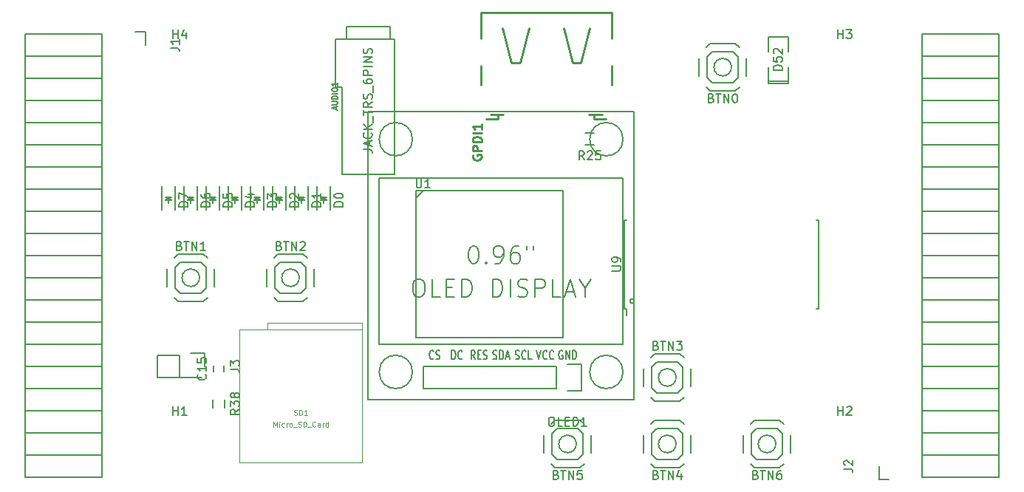
<source format=gto>
G04 #@! TF.FileFunction,Legend,Top*
%FSLAX46Y46*%
G04 Gerber Fmt 4.6, Leading zero omitted, Abs format (unit mm)*
G04 Created by KiCad (PCBNEW 4.0.5+dfsg1-4) date Wed May 17 15:07:01 2017*
%MOMM*%
%LPD*%
G01*
G04 APERTURE LIST*
%ADD10C,0.100000*%
%ADD11C,0.150000*%
%ADD12C,0.010160*%
%ADD13C,0.152400*%
%ADD14C,0.254000*%
%ADD15C,0.124460*%
G04 APERTURE END LIST*
D10*
D11*
X130080000Y-96200000D02*
X146880000Y-96200000D01*
X146880000Y-96200000D02*
X146880000Y-79400000D01*
X146880000Y-79400000D02*
X130080000Y-79400000D01*
X130080000Y-79400000D02*
X130080000Y-96200000D01*
X130880000Y-79400000D02*
X130080000Y-80200000D01*
X170427000Y-66881000D02*
X170427000Y-67135000D01*
X170427000Y-67135000D02*
X172713000Y-67135000D01*
X172713000Y-67135000D02*
X172713000Y-66881000D01*
X170427000Y-66881000D02*
X172713000Y-66881000D01*
X172713000Y-66881000D02*
X172713000Y-65230000D01*
X170427000Y-63452000D02*
X170427000Y-61801000D01*
X170427000Y-61801000D02*
X172713000Y-61801000D01*
X172713000Y-61801000D02*
X172713000Y-63452000D01*
X170427000Y-65230000D02*
X170427000Y-66881000D01*
D12*
X113070000Y-95320000D02*
X113070000Y-94520000D01*
X113070000Y-94520000D02*
X123870000Y-94520000D01*
X123870000Y-94520000D02*
X123870000Y-95320000D01*
X109870000Y-110520000D02*
X109870000Y-95320000D01*
X109870000Y-95320000D02*
X123870000Y-95320000D01*
X123870000Y-95320000D02*
X123870000Y-110520000D01*
X123870000Y-110520000D02*
X109870000Y-110520000D01*
D11*
X105260000Y-89360000D02*
G75*
G03X105260000Y-89360000I-1000000J0D01*
G01*
X103060000Y-87560000D02*
X105460000Y-87560000D01*
X102460000Y-88160000D02*
X103060000Y-87560000D01*
X102460000Y-90560000D02*
X102460000Y-88160000D01*
X103060000Y-91160000D02*
X102460000Y-90560000D01*
X105460000Y-91160000D02*
X103060000Y-91160000D01*
X106060000Y-90560000D02*
X105460000Y-91160000D01*
X106060000Y-88160000D02*
X106060000Y-90560000D01*
X105460000Y-87560000D02*
X106060000Y-88160000D01*
X102810000Y-86660000D02*
X105710000Y-86660000D01*
X102360000Y-87110000D02*
X102810000Y-86660000D01*
X101560000Y-90360000D02*
X101560000Y-88360000D01*
X102810000Y-92060000D02*
X102360000Y-91610000D01*
X105710000Y-92060000D02*
X102810000Y-92060000D01*
X106160000Y-91610000D02*
X105710000Y-92060000D01*
X106960000Y-88360000D02*
X106960000Y-90360000D01*
X105710000Y-86660000D02*
X106160000Y-87110000D01*
X116690000Y-89360000D02*
G75*
G03X116690000Y-89360000I-1000000J0D01*
G01*
X114490000Y-87560000D02*
X116890000Y-87560000D01*
X113890000Y-88160000D02*
X114490000Y-87560000D01*
X113890000Y-90560000D02*
X113890000Y-88160000D01*
X114490000Y-91160000D02*
X113890000Y-90560000D01*
X116890000Y-91160000D02*
X114490000Y-91160000D01*
X117490000Y-90560000D02*
X116890000Y-91160000D01*
X117490000Y-88160000D02*
X117490000Y-90560000D01*
X116890000Y-87560000D02*
X117490000Y-88160000D01*
X114240000Y-86660000D02*
X117140000Y-86660000D01*
X113790000Y-87110000D02*
X114240000Y-86660000D01*
X112990000Y-90360000D02*
X112990000Y-88360000D01*
X114240000Y-92060000D02*
X113790000Y-91610000D01*
X117140000Y-92060000D02*
X114240000Y-92060000D01*
X117590000Y-91610000D02*
X117140000Y-92060000D01*
X118390000Y-88360000D02*
X118390000Y-90360000D01*
X117140000Y-86660000D02*
X117590000Y-87110000D01*
X159870000Y-100790000D02*
G75*
G03X159870000Y-100790000I-1000000J0D01*
G01*
X157670000Y-98990000D02*
X160070000Y-98990000D01*
X157070000Y-99590000D02*
X157670000Y-98990000D01*
X157070000Y-101990000D02*
X157070000Y-99590000D01*
X157670000Y-102590000D02*
X157070000Y-101990000D01*
X160070000Y-102590000D02*
X157670000Y-102590000D01*
X160670000Y-101990000D02*
X160070000Y-102590000D01*
X160670000Y-99590000D02*
X160670000Y-101990000D01*
X160070000Y-98990000D02*
X160670000Y-99590000D01*
X157420000Y-98090000D02*
X160320000Y-98090000D01*
X156970000Y-98540000D02*
X157420000Y-98090000D01*
X156170000Y-101790000D02*
X156170000Y-99790000D01*
X157420000Y-103490000D02*
X156970000Y-103040000D01*
X160320000Y-103490000D02*
X157420000Y-103490000D01*
X160770000Y-103040000D02*
X160320000Y-103490000D01*
X161570000Y-99790000D02*
X161570000Y-101790000D01*
X160320000Y-98090000D02*
X160770000Y-98540000D01*
X159870000Y-108410000D02*
G75*
G03X159870000Y-108410000I-1000000J0D01*
G01*
X160070000Y-110210000D02*
X157670000Y-110210000D01*
X160670000Y-109610000D02*
X160070000Y-110210000D01*
X160670000Y-107210000D02*
X160670000Y-109610000D01*
X160070000Y-106610000D02*
X160670000Y-107210000D01*
X157670000Y-106610000D02*
X160070000Y-106610000D01*
X157070000Y-107210000D02*
X157670000Y-106610000D01*
X157070000Y-109610000D02*
X157070000Y-107210000D01*
X157670000Y-110210000D02*
X157070000Y-109610000D01*
X160320000Y-111110000D02*
X157420000Y-111110000D01*
X160770000Y-110660000D02*
X160320000Y-111110000D01*
X161570000Y-107410000D02*
X161570000Y-109410000D01*
X160320000Y-105710000D02*
X160770000Y-106160000D01*
X157420000Y-105710000D02*
X160320000Y-105710000D01*
X156970000Y-106160000D02*
X157420000Y-105710000D01*
X156170000Y-109410000D02*
X156170000Y-107410000D01*
X157420000Y-111110000D02*
X156970000Y-110660000D01*
X148440000Y-108410000D02*
G75*
G03X148440000Y-108410000I-1000000J0D01*
G01*
X148640000Y-110210000D02*
X146240000Y-110210000D01*
X149240000Y-109610000D02*
X148640000Y-110210000D01*
X149240000Y-107210000D02*
X149240000Y-109610000D01*
X148640000Y-106610000D02*
X149240000Y-107210000D01*
X146240000Y-106610000D02*
X148640000Y-106610000D01*
X145640000Y-107210000D02*
X146240000Y-106610000D01*
X145640000Y-109610000D02*
X145640000Y-107210000D01*
X146240000Y-110210000D02*
X145640000Y-109610000D01*
X148890000Y-111110000D02*
X145990000Y-111110000D01*
X149340000Y-110660000D02*
X148890000Y-111110000D01*
X150140000Y-107410000D02*
X150140000Y-109410000D01*
X148890000Y-105710000D02*
X149340000Y-106160000D01*
X145990000Y-105710000D02*
X148890000Y-105710000D01*
X145540000Y-106160000D02*
X145990000Y-105710000D01*
X144740000Y-109410000D02*
X144740000Y-107410000D01*
X145990000Y-111110000D02*
X145540000Y-110660000D01*
X171300000Y-108410000D02*
G75*
G03X171300000Y-108410000I-1000000J0D01*
G01*
X171500000Y-110210000D02*
X169100000Y-110210000D01*
X172100000Y-109610000D02*
X171500000Y-110210000D01*
X172100000Y-107210000D02*
X172100000Y-109610000D01*
X171500000Y-106610000D02*
X172100000Y-107210000D01*
X169100000Y-106610000D02*
X171500000Y-106610000D01*
X168500000Y-107210000D02*
X169100000Y-106610000D01*
X168500000Y-109610000D02*
X168500000Y-107210000D01*
X169100000Y-110210000D02*
X168500000Y-109610000D01*
X171750000Y-111110000D02*
X168850000Y-111110000D01*
X172200000Y-110660000D02*
X171750000Y-111110000D01*
X173000000Y-107410000D02*
X173000000Y-109410000D01*
X171750000Y-105710000D02*
X172200000Y-106160000D01*
X168850000Y-105710000D02*
X171750000Y-105710000D01*
X168400000Y-106160000D02*
X168850000Y-105710000D01*
X167600000Y-109410000D02*
X167600000Y-107410000D01*
X168850000Y-111110000D02*
X168400000Y-110660000D01*
X118750000Y-78870000D02*
X118750000Y-81570000D01*
X120250000Y-78870000D02*
X120250000Y-81570000D01*
X119350000Y-80370000D02*
X119600000Y-80370000D01*
X119600000Y-80370000D02*
X119450000Y-80220000D01*
X119850000Y-80120000D02*
X119150000Y-80120000D01*
X119500000Y-80470000D02*
X119500000Y-80820000D01*
X119500000Y-80120000D02*
X119850000Y-80470000D01*
X119850000Y-80470000D02*
X119150000Y-80470000D01*
X119150000Y-80470000D02*
X119500000Y-80120000D01*
X116210000Y-78870000D02*
X116210000Y-81570000D01*
X117710000Y-78870000D02*
X117710000Y-81570000D01*
X116810000Y-80370000D02*
X117060000Y-80370000D01*
X117060000Y-80370000D02*
X116910000Y-80220000D01*
X117310000Y-80120000D02*
X116610000Y-80120000D01*
X116960000Y-80470000D02*
X116960000Y-80820000D01*
X116960000Y-80120000D02*
X117310000Y-80470000D01*
X117310000Y-80470000D02*
X116610000Y-80470000D01*
X116610000Y-80470000D02*
X116960000Y-80120000D01*
X113670000Y-78870000D02*
X113670000Y-81570000D01*
X115170000Y-78870000D02*
X115170000Y-81570000D01*
X114270000Y-80370000D02*
X114520000Y-80370000D01*
X114520000Y-80370000D02*
X114370000Y-80220000D01*
X114770000Y-80120000D02*
X114070000Y-80120000D01*
X114420000Y-80470000D02*
X114420000Y-80820000D01*
X114420000Y-80120000D02*
X114770000Y-80470000D01*
X114770000Y-80470000D02*
X114070000Y-80470000D01*
X114070000Y-80470000D02*
X114420000Y-80120000D01*
X111130000Y-78870000D02*
X111130000Y-81570000D01*
X112630000Y-78870000D02*
X112630000Y-81570000D01*
X111730000Y-80370000D02*
X111980000Y-80370000D01*
X111980000Y-80370000D02*
X111830000Y-80220000D01*
X112230000Y-80120000D02*
X111530000Y-80120000D01*
X111880000Y-80470000D02*
X111880000Y-80820000D01*
X111880000Y-80120000D02*
X112230000Y-80470000D01*
X112230000Y-80470000D02*
X111530000Y-80470000D01*
X111530000Y-80470000D02*
X111880000Y-80120000D01*
X108590000Y-78870000D02*
X108590000Y-81570000D01*
X110090000Y-78870000D02*
X110090000Y-81570000D01*
X109190000Y-80370000D02*
X109440000Y-80370000D01*
X109440000Y-80370000D02*
X109290000Y-80220000D01*
X109690000Y-80120000D02*
X108990000Y-80120000D01*
X109340000Y-80470000D02*
X109340000Y-80820000D01*
X109340000Y-80120000D02*
X109690000Y-80470000D01*
X109690000Y-80470000D02*
X108990000Y-80470000D01*
X108990000Y-80470000D02*
X109340000Y-80120000D01*
X106050000Y-78870000D02*
X106050000Y-81570000D01*
X107550000Y-78870000D02*
X107550000Y-81570000D01*
X106650000Y-80370000D02*
X106900000Y-80370000D01*
X106900000Y-80370000D02*
X106750000Y-80220000D01*
X107150000Y-80120000D02*
X106450000Y-80120000D01*
X106800000Y-80470000D02*
X106800000Y-80820000D01*
X106800000Y-80120000D02*
X107150000Y-80470000D01*
X107150000Y-80470000D02*
X106450000Y-80470000D01*
X106450000Y-80470000D02*
X106800000Y-80120000D01*
X103510000Y-78870000D02*
X103510000Y-81570000D01*
X105010000Y-78870000D02*
X105010000Y-81570000D01*
X104110000Y-80370000D02*
X104360000Y-80370000D01*
X104360000Y-80370000D02*
X104210000Y-80220000D01*
X104610000Y-80120000D02*
X103910000Y-80120000D01*
X104260000Y-80470000D02*
X104260000Y-80820000D01*
X104260000Y-80120000D02*
X104610000Y-80470000D01*
X104610000Y-80470000D02*
X103910000Y-80470000D01*
X103910000Y-80470000D02*
X104260000Y-80120000D01*
X100970000Y-78870000D02*
X100970000Y-81570000D01*
X102470000Y-78870000D02*
X102470000Y-81570000D01*
X101570000Y-80370000D02*
X101820000Y-80370000D01*
X101820000Y-80370000D02*
X101670000Y-80220000D01*
X102070000Y-80120000D02*
X101370000Y-80120000D01*
X101720000Y-80470000D02*
X101720000Y-80820000D01*
X101720000Y-80120000D02*
X102070000Y-80470000D01*
X102070000Y-80470000D02*
X101370000Y-80470000D01*
X101370000Y-80470000D02*
X101720000Y-80120000D01*
D13*
X121580000Y-77540000D02*
X121580000Y-67540000D01*
X121580000Y-67540000D02*
X120880000Y-67540000D01*
X120880000Y-67540000D02*
X120880000Y-62040000D01*
X127580000Y-77540000D02*
X121580000Y-77540000D01*
X127580000Y-62040000D02*
X127580000Y-77540000D01*
X127580000Y-62040000D02*
X120880000Y-62040000D01*
X127080000Y-62040000D02*
X127080000Y-60540000D01*
X127080000Y-60540000D02*
X122080000Y-60540000D01*
X122080000Y-60540000D02*
X122080000Y-62040000D01*
D11*
X176180000Y-92880000D02*
X175980000Y-92880000D01*
X176180000Y-82720000D02*
X175980000Y-82720000D01*
X155080000Y-92050000D02*
G75*
G03X155080000Y-92050000I-250000J0D01*
G01*
X154180000Y-92880000D02*
X154180000Y-93700000D01*
X153980000Y-92880000D02*
X154180000Y-92880000D01*
X153980000Y-82720000D02*
X154180000Y-82720000D01*
X176190000Y-82720000D02*
X176190000Y-92880000D01*
X153970000Y-92880000D02*
X153970000Y-82720000D01*
D14*
X151378260Y-70648160D02*
X150479100Y-70648160D01*
X150479100Y-70648160D02*
X149879660Y-70648160D01*
X140080340Y-70648160D02*
X139480900Y-70648160D01*
X139480900Y-70648160D02*
X138581740Y-70648160D01*
X137481920Y-67249640D02*
X137481920Y-65098260D01*
X137481920Y-61900400D02*
X137481920Y-58992100D01*
X137481920Y-58992100D02*
X152478080Y-58992100D01*
X152478080Y-58992100D02*
X152478080Y-61900400D01*
X152478080Y-65098260D02*
X152478080Y-67249640D01*
X138106760Y-71148540D02*
X139480900Y-71148540D01*
X139480900Y-71148540D02*
X139480900Y-70648160D01*
X150479100Y-70648160D02*
X150479100Y-71148540D01*
X150479100Y-71148540D02*
X151865940Y-71148540D01*
X142981020Y-60732000D02*
X141980260Y-64732500D01*
X141980260Y-64732500D02*
X140982040Y-64732500D01*
X140982040Y-64732500D02*
X139981280Y-60732000D01*
X146978980Y-60732000D02*
X147979740Y-64732500D01*
X147979740Y-64732500D02*
X148977960Y-64732500D01*
X148977960Y-64732500D02*
X149978720Y-60732000D01*
D11*
X85270000Y-112220000D02*
X94100000Y-112220000D01*
X85270000Y-109680000D02*
X85270000Y-112220000D01*
X94100000Y-109680000D02*
X94100000Y-112220000D01*
X94100000Y-112220000D02*
X85270000Y-112220000D01*
X94100000Y-109680000D02*
X85270000Y-109680000D01*
X94100000Y-107140000D02*
X94100000Y-109680000D01*
X85270000Y-107140000D02*
X85270000Y-109680000D01*
X85270000Y-109680000D02*
X94100000Y-109680000D01*
X85270000Y-91900000D02*
X94100000Y-91900000D01*
X85270000Y-89360000D02*
X85270000Y-91900000D01*
X94100000Y-89360000D02*
X94100000Y-91900000D01*
X94100000Y-91900000D02*
X85270000Y-91900000D01*
X94100000Y-94440000D02*
X85270000Y-94440000D01*
X94100000Y-91900000D02*
X94100000Y-94440000D01*
X85270000Y-91900000D02*
X85270000Y-94440000D01*
X85270000Y-94440000D02*
X94100000Y-94440000D01*
X85270000Y-107140000D02*
X94100000Y-107140000D01*
X85270000Y-104600000D02*
X85270000Y-107140000D01*
X94100000Y-104600000D02*
X94100000Y-107140000D01*
X94100000Y-107140000D02*
X85270000Y-107140000D01*
X94100000Y-104600000D02*
X85270000Y-104600000D01*
X94100000Y-102060000D02*
X94100000Y-104600000D01*
X85270000Y-102060000D02*
X85270000Y-104600000D01*
X85270000Y-104600000D02*
X94100000Y-104600000D01*
X85270000Y-102060000D02*
X94100000Y-102060000D01*
X85270000Y-99520000D02*
X85270000Y-102060000D01*
X94100000Y-99520000D02*
X94100000Y-102060000D01*
X94100000Y-102060000D02*
X85270000Y-102060000D01*
X94100000Y-99520000D02*
X85270000Y-99520000D01*
X94100000Y-96980000D02*
X94100000Y-99520000D01*
X85270000Y-96980000D02*
X85270000Y-99520000D01*
X85270000Y-99520000D02*
X94100000Y-99520000D01*
X85270000Y-96980000D02*
X94100000Y-96980000D01*
X85270000Y-94440000D02*
X85270000Y-96980000D01*
X94100000Y-94440000D02*
X94100000Y-96980000D01*
X94100000Y-96980000D02*
X85270000Y-96980000D01*
X94100000Y-79200000D02*
X85270000Y-79200000D01*
X94100000Y-76660000D02*
X94100000Y-79200000D01*
X85270000Y-76660000D02*
X85270000Y-79200000D01*
X85270000Y-79200000D02*
X94100000Y-79200000D01*
X85270000Y-81740000D02*
X94100000Y-81740000D01*
X85270000Y-79200000D02*
X85270000Y-81740000D01*
X94100000Y-79200000D02*
X94100000Y-81740000D01*
X94100000Y-81740000D02*
X85270000Y-81740000D01*
X94100000Y-84280000D02*
X85270000Y-84280000D01*
X94100000Y-81740000D02*
X94100000Y-84280000D01*
X85270000Y-81740000D02*
X85270000Y-84280000D01*
X85270000Y-84280000D02*
X94100000Y-84280000D01*
X85270000Y-86820000D02*
X94100000Y-86820000D01*
X85270000Y-84280000D02*
X85270000Y-86820000D01*
X94100000Y-84280000D02*
X94100000Y-86820000D01*
X94100000Y-86820000D02*
X85270000Y-86820000D01*
X94100000Y-89360000D02*
X85270000Y-89360000D01*
X94100000Y-86820000D02*
X94100000Y-89360000D01*
X85270000Y-86820000D02*
X85270000Y-89360000D01*
X85270000Y-89360000D02*
X94100000Y-89360000D01*
X85270000Y-76660000D02*
X94100000Y-76660000D01*
X85270000Y-74120000D02*
X85270000Y-76660000D01*
X94100000Y-74120000D02*
X94100000Y-76660000D01*
X94100000Y-76660000D02*
X85270000Y-76660000D01*
X94100000Y-74120000D02*
X85270000Y-74120000D01*
X94100000Y-71580000D02*
X94100000Y-74120000D01*
X85270000Y-71580000D02*
X85270000Y-74120000D01*
X85270000Y-74120000D02*
X94100000Y-74120000D01*
X85270000Y-71580000D02*
X94100000Y-71580000D01*
X85270000Y-69040000D02*
X85270000Y-71580000D01*
X94100000Y-69040000D02*
X94100000Y-71580000D01*
X94100000Y-71580000D02*
X85270000Y-71580000D01*
X94100000Y-69040000D02*
X85270000Y-69040000D01*
X94100000Y-66500000D02*
X94100000Y-69040000D01*
X85270000Y-66500000D02*
X85270000Y-69040000D01*
X85270000Y-69040000D02*
X94100000Y-69040000D01*
X85270000Y-66500000D02*
X94100000Y-66500000D01*
X85270000Y-63960000D02*
X85270000Y-66500000D01*
X94100000Y-63960000D02*
X94100000Y-66500000D01*
X94100000Y-66500000D02*
X85270000Y-66500000D01*
X94100000Y-63960000D02*
X85270000Y-63960000D01*
X94100000Y-61420000D02*
X94100000Y-63960000D01*
X99060000Y-62690000D02*
X99060000Y-61140000D01*
X99060000Y-61140000D02*
X97910000Y-61140000D01*
X94100000Y-61420000D02*
X85270000Y-61420000D01*
X85270000Y-61420000D02*
X85270000Y-63960000D01*
X85270000Y-63960000D02*
X94100000Y-63960000D01*
X196910000Y-61420000D02*
X188080000Y-61420000D01*
X196910000Y-63960000D02*
X196910000Y-61420000D01*
X188080000Y-63960000D02*
X188080000Y-61420000D01*
X188080000Y-61420000D02*
X196910000Y-61420000D01*
X188080000Y-63960000D02*
X196910000Y-63960000D01*
X188080000Y-66500000D02*
X188080000Y-63960000D01*
X196910000Y-66500000D02*
X196910000Y-63960000D01*
X196910000Y-63960000D02*
X188080000Y-63960000D01*
X196910000Y-81740000D02*
X188080000Y-81740000D01*
X196910000Y-84280000D02*
X196910000Y-81740000D01*
X188080000Y-84280000D02*
X188080000Y-81740000D01*
X188080000Y-81740000D02*
X196910000Y-81740000D01*
X188080000Y-79200000D02*
X196910000Y-79200000D01*
X188080000Y-81740000D02*
X188080000Y-79200000D01*
X196910000Y-81740000D02*
X196910000Y-79200000D01*
X196910000Y-79200000D02*
X188080000Y-79200000D01*
X196910000Y-66500000D02*
X188080000Y-66500000D01*
X196910000Y-69040000D02*
X196910000Y-66500000D01*
X188080000Y-69040000D02*
X188080000Y-66500000D01*
X188080000Y-66500000D02*
X196910000Y-66500000D01*
X188080000Y-69040000D02*
X196910000Y-69040000D01*
X188080000Y-71580000D02*
X188080000Y-69040000D01*
X196910000Y-71580000D02*
X196910000Y-69040000D01*
X196910000Y-69040000D02*
X188080000Y-69040000D01*
X196910000Y-71580000D02*
X188080000Y-71580000D01*
X196910000Y-74120000D02*
X196910000Y-71580000D01*
X188080000Y-74120000D02*
X188080000Y-71580000D01*
X188080000Y-71580000D02*
X196910000Y-71580000D01*
X188080000Y-74120000D02*
X196910000Y-74120000D01*
X188080000Y-76660000D02*
X188080000Y-74120000D01*
X196910000Y-76660000D02*
X196910000Y-74120000D01*
X196910000Y-74120000D02*
X188080000Y-74120000D01*
X196910000Y-76660000D02*
X188080000Y-76660000D01*
X196910000Y-79200000D02*
X196910000Y-76660000D01*
X188080000Y-79200000D02*
X188080000Y-76660000D01*
X188080000Y-76660000D02*
X196910000Y-76660000D01*
X188080000Y-94440000D02*
X196910000Y-94440000D01*
X188080000Y-96980000D02*
X188080000Y-94440000D01*
X196910000Y-96980000D02*
X196910000Y-94440000D01*
X196910000Y-94440000D02*
X188080000Y-94440000D01*
X196910000Y-91900000D02*
X188080000Y-91900000D01*
X196910000Y-94440000D02*
X196910000Y-91900000D01*
X188080000Y-94440000D02*
X188080000Y-91900000D01*
X188080000Y-91900000D02*
X196910000Y-91900000D01*
X188080000Y-89360000D02*
X196910000Y-89360000D01*
X188080000Y-91900000D02*
X188080000Y-89360000D01*
X196910000Y-91900000D02*
X196910000Y-89360000D01*
X196910000Y-89360000D02*
X188080000Y-89360000D01*
X196910000Y-86820000D02*
X188080000Y-86820000D01*
X196910000Y-89360000D02*
X196910000Y-86820000D01*
X188080000Y-89360000D02*
X188080000Y-86820000D01*
X188080000Y-86820000D02*
X196910000Y-86820000D01*
X188080000Y-84280000D02*
X196910000Y-84280000D01*
X188080000Y-86820000D02*
X188080000Y-84280000D01*
X196910000Y-86820000D02*
X196910000Y-84280000D01*
X196910000Y-84280000D02*
X188080000Y-84280000D01*
X196910000Y-96980000D02*
X188080000Y-96980000D01*
X196910000Y-99520000D02*
X196910000Y-96980000D01*
X188080000Y-99520000D02*
X188080000Y-96980000D01*
X188080000Y-96980000D02*
X196910000Y-96980000D01*
X188080000Y-99520000D02*
X196910000Y-99520000D01*
X188080000Y-102060000D02*
X188080000Y-99520000D01*
X196910000Y-102060000D02*
X196910000Y-99520000D01*
X196910000Y-99520000D02*
X188080000Y-99520000D01*
X196910000Y-102060000D02*
X188080000Y-102060000D01*
X196910000Y-104600000D02*
X196910000Y-102060000D01*
X188080000Y-104600000D02*
X188080000Y-102060000D01*
X188080000Y-102060000D02*
X196910000Y-102060000D01*
X188080000Y-104600000D02*
X196910000Y-104600000D01*
X188080000Y-107140000D02*
X188080000Y-104600000D01*
X196910000Y-107140000D02*
X196910000Y-104600000D01*
X196910000Y-104600000D02*
X188080000Y-104600000D01*
X196910000Y-107140000D02*
X188080000Y-107140000D01*
X196910000Y-109680000D02*
X196910000Y-107140000D01*
X188080000Y-109680000D02*
X188080000Y-107140000D01*
X188080000Y-107140000D02*
X196910000Y-107140000D01*
X188080000Y-109680000D02*
X196910000Y-109680000D01*
X188080000Y-112220000D02*
X188080000Y-109680000D01*
X183120000Y-110950000D02*
X183120000Y-112500000D01*
X183120000Y-112500000D02*
X184270000Y-112500000D01*
X188080000Y-112220000D02*
X196910000Y-112220000D01*
X196910000Y-112220000D02*
X196910000Y-109680000D01*
X196910000Y-109680000D02*
X188080000Y-109680000D01*
X166220000Y-65230000D02*
G75*
G03X166220000Y-65230000I-1000000J0D01*
G01*
X166420000Y-67030000D02*
X164020000Y-67030000D01*
X167020000Y-66430000D02*
X166420000Y-67030000D01*
X167020000Y-64030000D02*
X167020000Y-66430000D01*
X166420000Y-63430000D02*
X167020000Y-64030000D01*
X164020000Y-63430000D02*
X166420000Y-63430000D01*
X163420000Y-64030000D02*
X164020000Y-63430000D01*
X163420000Y-66430000D02*
X163420000Y-64030000D01*
X164020000Y-67030000D02*
X163420000Y-66430000D01*
X166670000Y-67930000D02*
X163770000Y-67930000D01*
X167120000Y-67480000D02*
X166670000Y-67930000D01*
X167920000Y-64230000D02*
X167920000Y-66230000D01*
X166670000Y-62530000D02*
X167120000Y-62980000D01*
X163770000Y-62530000D02*
X166670000Y-62530000D01*
X163320000Y-62980000D02*
X163770000Y-62530000D01*
X162520000Y-66230000D02*
X162520000Y-64230000D01*
X163770000Y-67930000D02*
X163320000Y-67480000D01*
X149480000Y-72810000D02*
X150480000Y-72810000D01*
X150480000Y-74160000D02*
X149480000Y-74160000D01*
X105810000Y-99520000D02*
X105810000Y-97970000D01*
X102990000Y-100790000D02*
X105530000Y-100790000D01*
X105810000Y-97970000D02*
X104260000Y-97970000D01*
X100450000Y-100790000D02*
X102990000Y-100790000D01*
X102990000Y-100790000D02*
X102990000Y-98250000D01*
X102990000Y-98250000D02*
X100450000Y-98250000D01*
X100450000Y-98250000D02*
X100450000Y-100790000D01*
X153790000Y-73485000D02*
G75*
G03X153790000Y-73485000I-1905000J0D01*
G01*
X129660000Y-73485000D02*
G75*
G03X129660000Y-73485000I-1905000J0D01*
G01*
X129660000Y-100155000D02*
G75*
G03X129660000Y-100155000I-1905000J0D01*
G01*
X153790000Y-100155000D02*
G75*
G03X153790000Y-100155000I-1905000J0D01*
G01*
X153790000Y-77930000D02*
X153790000Y-96980000D01*
X125850000Y-77930000D02*
X153790000Y-77930000D01*
X125850000Y-96980000D02*
X125850000Y-77930000D01*
X153790000Y-96980000D02*
X125850000Y-96980000D01*
X155060000Y-70310000D02*
X155060000Y-103330000D01*
X124580000Y-70310000D02*
X155060000Y-70310000D01*
X124580000Y-103330000D02*
X124580000Y-70310000D01*
X155060000Y-103330000D02*
X124580000Y-103330000D01*
X146170000Y-99520000D02*
X130930000Y-99520000D01*
X130930000Y-99520000D02*
X130930000Y-102060000D01*
X130930000Y-102060000D02*
X146170000Y-102060000D01*
X148990000Y-99240000D02*
X147440000Y-99240000D01*
X146170000Y-99520000D02*
X146170000Y-102060000D01*
X147440000Y-102340000D02*
X148990000Y-102340000D01*
X148990000Y-102340000D02*
X148990000Y-99240000D01*
X106880000Y-100150000D02*
X106880000Y-99450000D01*
X108080000Y-99450000D02*
X108080000Y-100150000D01*
X106805000Y-104300000D02*
X106805000Y-103300000D01*
X108155000Y-103300000D02*
X108155000Y-104300000D01*
X130118095Y-78052381D02*
X130118095Y-78861905D01*
X130165714Y-78957143D01*
X130213333Y-79004762D01*
X130308571Y-79052381D01*
X130499048Y-79052381D01*
X130594286Y-79004762D01*
X130641905Y-78957143D01*
X130689524Y-78861905D01*
X130689524Y-78052381D01*
X131689524Y-79052381D02*
X131118095Y-79052381D01*
X131403809Y-79052381D02*
X131403809Y-78052381D01*
X131308571Y-78195238D01*
X131213333Y-78290476D01*
X131118095Y-78338095D01*
X172022381Y-65555286D02*
X171022381Y-65555286D01*
X171022381Y-65317191D01*
X171070000Y-65174333D01*
X171165238Y-65079095D01*
X171260476Y-65031476D01*
X171450952Y-64983857D01*
X171593810Y-64983857D01*
X171784286Y-65031476D01*
X171879524Y-65079095D01*
X171974762Y-65174333D01*
X172022381Y-65317191D01*
X172022381Y-65555286D01*
X171022381Y-64079095D02*
X171022381Y-64555286D01*
X171498571Y-64602905D01*
X171450952Y-64555286D01*
X171403333Y-64460048D01*
X171403333Y-64221952D01*
X171450952Y-64126714D01*
X171498571Y-64079095D01*
X171593810Y-64031476D01*
X171831905Y-64031476D01*
X171927143Y-64079095D01*
X171974762Y-64126714D01*
X172022381Y-64221952D01*
X172022381Y-64460048D01*
X171974762Y-64555286D01*
X171927143Y-64602905D01*
X171117619Y-63650524D02*
X171070000Y-63602905D01*
X171022381Y-63507667D01*
X171022381Y-63269571D01*
X171070000Y-63174333D01*
X171117619Y-63126714D01*
X171212857Y-63079095D01*
X171308095Y-63079095D01*
X171450952Y-63126714D01*
X172022381Y-63698143D01*
X172022381Y-63079095D01*
D15*
X116113564Y-105062630D02*
X116199198Y-105091175D01*
X116341922Y-105091175D01*
X116399012Y-105062630D01*
X116427556Y-105034086D01*
X116456101Y-104976996D01*
X116456101Y-104919907D01*
X116427556Y-104862817D01*
X116399012Y-104834272D01*
X116341922Y-104805728D01*
X116227743Y-104777183D01*
X116170654Y-104748638D01*
X116142109Y-104720093D01*
X116113564Y-104663004D01*
X116113564Y-104605914D01*
X116142109Y-104548825D01*
X116170654Y-104520280D01*
X116227743Y-104491735D01*
X116370467Y-104491735D01*
X116456101Y-104520280D01*
X116713004Y-105091175D02*
X116713004Y-104491735D01*
X116855728Y-104491735D01*
X116941362Y-104520280D01*
X116998451Y-104577370D01*
X117026996Y-104634459D01*
X117055541Y-104748638D01*
X117055541Y-104834272D01*
X117026996Y-104948451D01*
X116998451Y-105005541D01*
X116941362Y-105062630D01*
X116855728Y-105091175D01*
X116713004Y-105091175D01*
X117626436Y-105091175D02*
X117283899Y-105091175D01*
X117455168Y-105091175D02*
X117455168Y-104491735D01*
X117398078Y-104577370D01*
X117340989Y-104634459D01*
X117283899Y-104663004D01*
X113744350Y-106441175D02*
X113744350Y-105841735D01*
X113944163Y-106269907D01*
X114143976Y-105841735D01*
X114143976Y-106441175D01*
X114429424Y-106441175D02*
X114429424Y-106041549D01*
X114429424Y-105841735D02*
X114400879Y-105870280D01*
X114429424Y-105898825D01*
X114457969Y-105870280D01*
X114429424Y-105841735D01*
X114429424Y-105898825D01*
X114971775Y-106412630D02*
X114914685Y-106441175D01*
X114800506Y-106441175D01*
X114743417Y-106412630D01*
X114714872Y-106384086D01*
X114686327Y-106326996D01*
X114686327Y-106155728D01*
X114714872Y-106098638D01*
X114743417Y-106070093D01*
X114800506Y-106041549D01*
X114914685Y-106041549D01*
X114971775Y-106070093D01*
X115228678Y-106441175D02*
X115228678Y-106041549D01*
X115228678Y-106155728D02*
X115257223Y-106098638D01*
X115285767Y-106070093D01*
X115342857Y-106041549D01*
X115399946Y-106041549D01*
X115685394Y-106441175D02*
X115628305Y-106412630D01*
X115599760Y-106384086D01*
X115571215Y-106326996D01*
X115571215Y-106155728D01*
X115599760Y-106098638D01*
X115628305Y-106070093D01*
X115685394Y-106041549D01*
X115771028Y-106041549D01*
X115828118Y-106070093D01*
X115856663Y-106098638D01*
X115885207Y-106155728D01*
X115885207Y-106326996D01*
X115856663Y-106384086D01*
X115828118Y-106412630D01*
X115771028Y-106441175D01*
X115685394Y-106441175D01*
X115999386Y-106498265D02*
X116456102Y-106498265D01*
X116570281Y-106412630D02*
X116655915Y-106441175D01*
X116798639Y-106441175D01*
X116855729Y-106412630D01*
X116884273Y-106384086D01*
X116912818Y-106326996D01*
X116912818Y-106269907D01*
X116884273Y-106212817D01*
X116855729Y-106184272D01*
X116798639Y-106155728D01*
X116684460Y-106127183D01*
X116627371Y-106098638D01*
X116598826Y-106070093D01*
X116570281Y-106013004D01*
X116570281Y-105955914D01*
X116598826Y-105898825D01*
X116627371Y-105870280D01*
X116684460Y-105841735D01*
X116827184Y-105841735D01*
X116912818Y-105870280D01*
X117169721Y-106441175D02*
X117169721Y-105841735D01*
X117312445Y-105841735D01*
X117398079Y-105870280D01*
X117455168Y-105927370D01*
X117483713Y-105984459D01*
X117512258Y-106098638D01*
X117512258Y-106184272D01*
X117483713Y-106298451D01*
X117455168Y-106355541D01*
X117398079Y-106412630D01*
X117312445Y-106441175D01*
X117169721Y-106441175D01*
X117626437Y-106498265D02*
X118083153Y-106498265D01*
X118568414Y-106384086D02*
X118539869Y-106412630D01*
X118454235Y-106441175D01*
X118397145Y-106441175D01*
X118311511Y-106412630D01*
X118254422Y-106355541D01*
X118225877Y-106298451D01*
X118197332Y-106184272D01*
X118197332Y-106098638D01*
X118225877Y-105984459D01*
X118254422Y-105927370D01*
X118311511Y-105870280D01*
X118397145Y-105841735D01*
X118454235Y-105841735D01*
X118539869Y-105870280D01*
X118568414Y-105898825D01*
X119082220Y-106441175D02*
X119082220Y-106127183D01*
X119053675Y-106070093D01*
X118996585Y-106041549D01*
X118882406Y-106041549D01*
X118825317Y-106070093D01*
X119082220Y-106412630D02*
X119025130Y-106441175D01*
X118882406Y-106441175D01*
X118825317Y-106412630D01*
X118796772Y-106355541D01*
X118796772Y-106298451D01*
X118825317Y-106241362D01*
X118882406Y-106212817D01*
X119025130Y-106212817D01*
X119082220Y-106184272D01*
X119367667Y-106441175D02*
X119367667Y-106041549D01*
X119367667Y-106155728D02*
X119396212Y-106098638D01*
X119424756Y-106070093D01*
X119481846Y-106041549D01*
X119538935Y-106041549D01*
X119995652Y-106441175D02*
X119995652Y-105841735D01*
X119995652Y-106412630D02*
X119938562Y-106441175D01*
X119824383Y-106441175D01*
X119767294Y-106412630D01*
X119738749Y-106384086D01*
X119710204Y-106326996D01*
X119710204Y-106155728D01*
X119738749Y-106098638D01*
X119767294Y-106070093D01*
X119824383Y-106041549D01*
X119938562Y-106041549D01*
X119995652Y-106070093D01*
D11*
X102950477Y-85688571D02*
X103093334Y-85736190D01*
X103140953Y-85783810D01*
X103188572Y-85879048D01*
X103188572Y-86021905D01*
X103140953Y-86117143D01*
X103093334Y-86164762D01*
X102998096Y-86212381D01*
X102617143Y-86212381D01*
X102617143Y-85212381D01*
X102950477Y-85212381D01*
X103045715Y-85260000D01*
X103093334Y-85307619D01*
X103140953Y-85402857D01*
X103140953Y-85498095D01*
X103093334Y-85593333D01*
X103045715Y-85640952D01*
X102950477Y-85688571D01*
X102617143Y-85688571D01*
X103474286Y-85212381D02*
X104045715Y-85212381D01*
X103760000Y-86212381D02*
X103760000Y-85212381D01*
X104379048Y-86212381D02*
X104379048Y-85212381D01*
X104950477Y-86212381D01*
X104950477Y-85212381D01*
X105950477Y-86212381D02*
X105379048Y-86212381D01*
X105664762Y-86212381D02*
X105664762Y-85212381D01*
X105569524Y-85355238D01*
X105474286Y-85450476D01*
X105379048Y-85498095D01*
X114380477Y-85688571D02*
X114523334Y-85736190D01*
X114570953Y-85783810D01*
X114618572Y-85879048D01*
X114618572Y-86021905D01*
X114570953Y-86117143D01*
X114523334Y-86164762D01*
X114428096Y-86212381D01*
X114047143Y-86212381D01*
X114047143Y-85212381D01*
X114380477Y-85212381D01*
X114475715Y-85260000D01*
X114523334Y-85307619D01*
X114570953Y-85402857D01*
X114570953Y-85498095D01*
X114523334Y-85593333D01*
X114475715Y-85640952D01*
X114380477Y-85688571D01*
X114047143Y-85688571D01*
X114904286Y-85212381D02*
X115475715Y-85212381D01*
X115190000Y-86212381D02*
X115190000Y-85212381D01*
X115809048Y-86212381D02*
X115809048Y-85212381D01*
X116380477Y-86212381D01*
X116380477Y-85212381D01*
X116809048Y-85307619D02*
X116856667Y-85260000D01*
X116951905Y-85212381D01*
X117190001Y-85212381D01*
X117285239Y-85260000D01*
X117332858Y-85307619D01*
X117380477Y-85402857D01*
X117380477Y-85498095D01*
X117332858Y-85640952D01*
X116761429Y-86212381D01*
X117380477Y-86212381D01*
X157560477Y-97118571D02*
X157703334Y-97166190D01*
X157750953Y-97213810D01*
X157798572Y-97309048D01*
X157798572Y-97451905D01*
X157750953Y-97547143D01*
X157703334Y-97594762D01*
X157608096Y-97642381D01*
X157227143Y-97642381D01*
X157227143Y-96642381D01*
X157560477Y-96642381D01*
X157655715Y-96690000D01*
X157703334Y-96737619D01*
X157750953Y-96832857D01*
X157750953Y-96928095D01*
X157703334Y-97023333D01*
X157655715Y-97070952D01*
X157560477Y-97118571D01*
X157227143Y-97118571D01*
X158084286Y-96642381D02*
X158655715Y-96642381D01*
X158370000Y-97642381D02*
X158370000Y-96642381D01*
X158989048Y-97642381D02*
X158989048Y-96642381D01*
X159560477Y-97642381D01*
X159560477Y-96642381D01*
X159941429Y-96642381D02*
X160560477Y-96642381D01*
X160227143Y-97023333D01*
X160370001Y-97023333D01*
X160465239Y-97070952D01*
X160512858Y-97118571D01*
X160560477Y-97213810D01*
X160560477Y-97451905D01*
X160512858Y-97547143D01*
X160465239Y-97594762D01*
X160370001Y-97642381D01*
X160084286Y-97642381D01*
X159989048Y-97594762D01*
X159941429Y-97547143D01*
X157560477Y-111938571D02*
X157703334Y-111986190D01*
X157750953Y-112033810D01*
X157798572Y-112129048D01*
X157798572Y-112271905D01*
X157750953Y-112367143D01*
X157703334Y-112414762D01*
X157608096Y-112462381D01*
X157227143Y-112462381D01*
X157227143Y-111462381D01*
X157560477Y-111462381D01*
X157655715Y-111510000D01*
X157703334Y-111557619D01*
X157750953Y-111652857D01*
X157750953Y-111748095D01*
X157703334Y-111843333D01*
X157655715Y-111890952D01*
X157560477Y-111938571D01*
X157227143Y-111938571D01*
X158084286Y-111462381D02*
X158655715Y-111462381D01*
X158370000Y-112462381D02*
X158370000Y-111462381D01*
X158989048Y-112462381D02*
X158989048Y-111462381D01*
X159560477Y-112462381D01*
X159560477Y-111462381D01*
X160465239Y-111795714D02*
X160465239Y-112462381D01*
X160227143Y-111414762D02*
X159989048Y-112129048D01*
X160608096Y-112129048D01*
X146130477Y-111938571D02*
X146273334Y-111986190D01*
X146320953Y-112033810D01*
X146368572Y-112129048D01*
X146368572Y-112271905D01*
X146320953Y-112367143D01*
X146273334Y-112414762D01*
X146178096Y-112462381D01*
X145797143Y-112462381D01*
X145797143Y-111462381D01*
X146130477Y-111462381D01*
X146225715Y-111510000D01*
X146273334Y-111557619D01*
X146320953Y-111652857D01*
X146320953Y-111748095D01*
X146273334Y-111843333D01*
X146225715Y-111890952D01*
X146130477Y-111938571D01*
X145797143Y-111938571D01*
X146654286Y-111462381D02*
X147225715Y-111462381D01*
X146940000Y-112462381D02*
X146940000Y-111462381D01*
X147559048Y-112462381D02*
X147559048Y-111462381D01*
X148130477Y-112462381D01*
X148130477Y-111462381D01*
X149082858Y-111462381D02*
X148606667Y-111462381D01*
X148559048Y-111938571D01*
X148606667Y-111890952D01*
X148701905Y-111843333D01*
X148940001Y-111843333D01*
X149035239Y-111890952D01*
X149082858Y-111938571D01*
X149130477Y-112033810D01*
X149130477Y-112271905D01*
X149082858Y-112367143D01*
X149035239Y-112414762D01*
X148940001Y-112462381D01*
X148701905Y-112462381D01*
X148606667Y-112414762D01*
X148559048Y-112367143D01*
X168990477Y-111938571D02*
X169133334Y-111986190D01*
X169180953Y-112033810D01*
X169228572Y-112129048D01*
X169228572Y-112271905D01*
X169180953Y-112367143D01*
X169133334Y-112414762D01*
X169038096Y-112462381D01*
X168657143Y-112462381D01*
X168657143Y-111462381D01*
X168990477Y-111462381D01*
X169085715Y-111510000D01*
X169133334Y-111557619D01*
X169180953Y-111652857D01*
X169180953Y-111748095D01*
X169133334Y-111843333D01*
X169085715Y-111890952D01*
X168990477Y-111938571D01*
X168657143Y-111938571D01*
X169514286Y-111462381D02*
X170085715Y-111462381D01*
X169800000Y-112462381D02*
X169800000Y-111462381D01*
X170419048Y-112462381D02*
X170419048Y-111462381D01*
X170990477Y-112462381D01*
X170990477Y-111462381D01*
X171895239Y-111462381D02*
X171704762Y-111462381D01*
X171609524Y-111510000D01*
X171561905Y-111557619D01*
X171466667Y-111700476D01*
X171419048Y-111890952D01*
X171419048Y-112271905D01*
X171466667Y-112367143D01*
X171514286Y-112414762D01*
X171609524Y-112462381D01*
X171800001Y-112462381D01*
X171895239Y-112414762D01*
X171942858Y-112367143D01*
X171990477Y-112271905D01*
X171990477Y-112033810D01*
X171942858Y-111938571D01*
X171895239Y-111890952D01*
X171800001Y-111843333D01*
X171609524Y-111843333D01*
X171514286Y-111890952D01*
X171466667Y-111938571D01*
X171419048Y-112033810D01*
X121702381Y-81208095D02*
X120702381Y-81208095D01*
X120702381Y-80970000D01*
X120750000Y-80827142D01*
X120845238Y-80731904D01*
X120940476Y-80684285D01*
X121130952Y-80636666D01*
X121273810Y-80636666D01*
X121464286Y-80684285D01*
X121559524Y-80731904D01*
X121654762Y-80827142D01*
X121702381Y-80970000D01*
X121702381Y-81208095D01*
X120702381Y-80017619D02*
X120702381Y-79922380D01*
X120750000Y-79827142D01*
X120797619Y-79779523D01*
X120892857Y-79731904D01*
X121083333Y-79684285D01*
X121321429Y-79684285D01*
X121511905Y-79731904D01*
X121607143Y-79779523D01*
X121654762Y-79827142D01*
X121702381Y-79922380D01*
X121702381Y-80017619D01*
X121654762Y-80112857D01*
X121607143Y-80160476D01*
X121511905Y-80208095D01*
X121321429Y-80255714D01*
X121083333Y-80255714D01*
X120892857Y-80208095D01*
X120797619Y-80160476D01*
X120750000Y-80112857D01*
X120702381Y-80017619D01*
X119162381Y-81208095D02*
X118162381Y-81208095D01*
X118162381Y-80970000D01*
X118210000Y-80827142D01*
X118305238Y-80731904D01*
X118400476Y-80684285D01*
X118590952Y-80636666D01*
X118733810Y-80636666D01*
X118924286Y-80684285D01*
X119019524Y-80731904D01*
X119114762Y-80827142D01*
X119162381Y-80970000D01*
X119162381Y-81208095D01*
X119162381Y-79684285D02*
X119162381Y-80255714D01*
X119162381Y-79970000D02*
X118162381Y-79970000D01*
X118305238Y-80065238D01*
X118400476Y-80160476D01*
X118448095Y-80255714D01*
X116622381Y-81208095D02*
X115622381Y-81208095D01*
X115622381Y-80970000D01*
X115670000Y-80827142D01*
X115765238Y-80731904D01*
X115860476Y-80684285D01*
X116050952Y-80636666D01*
X116193810Y-80636666D01*
X116384286Y-80684285D01*
X116479524Y-80731904D01*
X116574762Y-80827142D01*
X116622381Y-80970000D01*
X116622381Y-81208095D01*
X115717619Y-80255714D02*
X115670000Y-80208095D01*
X115622381Y-80112857D01*
X115622381Y-79874761D01*
X115670000Y-79779523D01*
X115717619Y-79731904D01*
X115812857Y-79684285D01*
X115908095Y-79684285D01*
X116050952Y-79731904D01*
X116622381Y-80303333D01*
X116622381Y-79684285D01*
X114082381Y-81208095D02*
X113082381Y-81208095D01*
X113082381Y-80970000D01*
X113130000Y-80827142D01*
X113225238Y-80731904D01*
X113320476Y-80684285D01*
X113510952Y-80636666D01*
X113653810Y-80636666D01*
X113844286Y-80684285D01*
X113939524Y-80731904D01*
X114034762Y-80827142D01*
X114082381Y-80970000D01*
X114082381Y-81208095D01*
X113082381Y-80303333D02*
X113082381Y-79684285D01*
X113463333Y-80017619D01*
X113463333Y-79874761D01*
X113510952Y-79779523D01*
X113558571Y-79731904D01*
X113653810Y-79684285D01*
X113891905Y-79684285D01*
X113987143Y-79731904D01*
X114034762Y-79779523D01*
X114082381Y-79874761D01*
X114082381Y-80160476D01*
X114034762Y-80255714D01*
X113987143Y-80303333D01*
X111542381Y-81208095D02*
X110542381Y-81208095D01*
X110542381Y-80970000D01*
X110590000Y-80827142D01*
X110685238Y-80731904D01*
X110780476Y-80684285D01*
X110970952Y-80636666D01*
X111113810Y-80636666D01*
X111304286Y-80684285D01*
X111399524Y-80731904D01*
X111494762Y-80827142D01*
X111542381Y-80970000D01*
X111542381Y-81208095D01*
X110875714Y-79779523D02*
X111542381Y-79779523D01*
X110494762Y-80017619D02*
X111209048Y-80255714D01*
X111209048Y-79636666D01*
X109002381Y-81208095D02*
X108002381Y-81208095D01*
X108002381Y-80970000D01*
X108050000Y-80827142D01*
X108145238Y-80731904D01*
X108240476Y-80684285D01*
X108430952Y-80636666D01*
X108573810Y-80636666D01*
X108764286Y-80684285D01*
X108859524Y-80731904D01*
X108954762Y-80827142D01*
X109002381Y-80970000D01*
X109002381Y-81208095D01*
X108002381Y-79731904D02*
X108002381Y-80208095D01*
X108478571Y-80255714D01*
X108430952Y-80208095D01*
X108383333Y-80112857D01*
X108383333Y-79874761D01*
X108430952Y-79779523D01*
X108478571Y-79731904D01*
X108573810Y-79684285D01*
X108811905Y-79684285D01*
X108907143Y-79731904D01*
X108954762Y-79779523D01*
X109002381Y-79874761D01*
X109002381Y-80112857D01*
X108954762Y-80208095D01*
X108907143Y-80255714D01*
X106462381Y-81208095D02*
X105462381Y-81208095D01*
X105462381Y-80970000D01*
X105510000Y-80827142D01*
X105605238Y-80731904D01*
X105700476Y-80684285D01*
X105890952Y-80636666D01*
X106033810Y-80636666D01*
X106224286Y-80684285D01*
X106319524Y-80731904D01*
X106414762Y-80827142D01*
X106462381Y-80970000D01*
X106462381Y-81208095D01*
X105462381Y-79779523D02*
X105462381Y-79970000D01*
X105510000Y-80065238D01*
X105557619Y-80112857D01*
X105700476Y-80208095D01*
X105890952Y-80255714D01*
X106271905Y-80255714D01*
X106367143Y-80208095D01*
X106414762Y-80160476D01*
X106462381Y-80065238D01*
X106462381Y-79874761D01*
X106414762Y-79779523D01*
X106367143Y-79731904D01*
X106271905Y-79684285D01*
X106033810Y-79684285D01*
X105938571Y-79731904D01*
X105890952Y-79779523D01*
X105843333Y-79874761D01*
X105843333Y-80065238D01*
X105890952Y-80160476D01*
X105938571Y-80208095D01*
X106033810Y-80255714D01*
X103922381Y-81208095D02*
X102922381Y-81208095D01*
X102922381Y-80970000D01*
X102970000Y-80827142D01*
X103065238Y-80731904D01*
X103160476Y-80684285D01*
X103350952Y-80636666D01*
X103493810Y-80636666D01*
X103684286Y-80684285D01*
X103779524Y-80731904D01*
X103874762Y-80827142D01*
X103922381Y-80970000D01*
X103922381Y-81208095D01*
X102922381Y-80303333D02*
X102922381Y-79636666D01*
X103922381Y-80065238D01*
D13*
X120881600Y-70064000D02*
X120881600Y-69773714D01*
X121055771Y-70122057D02*
X120446171Y-69918857D01*
X121055771Y-69715657D01*
X120446171Y-69512457D02*
X120939657Y-69512457D01*
X120997714Y-69483429D01*
X121026743Y-69454400D01*
X121055771Y-69396343D01*
X121055771Y-69280229D01*
X121026743Y-69222171D01*
X120997714Y-69193143D01*
X120939657Y-69164114D01*
X120446171Y-69164114D01*
X121055771Y-68873828D02*
X120446171Y-68873828D01*
X120446171Y-68728685D01*
X120475200Y-68641600D01*
X120533257Y-68583542D01*
X120591314Y-68554514D01*
X120707429Y-68525485D01*
X120794514Y-68525485D01*
X120910629Y-68554514D01*
X120968686Y-68583542D01*
X121026743Y-68641600D01*
X121055771Y-68728685D01*
X121055771Y-68873828D01*
X121055771Y-68264228D02*
X120446171Y-68264228D01*
X120446171Y-67857828D02*
X120446171Y-67741714D01*
X120475200Y-67683656D01*
X120533257Y-67625599D01*
X120649371Y-67596571D01*
X120852571Y-67596571D01*
X120968686Y-67625599D01*
X121026743Y-67683656D01*
X121055771Y-67741714D01*
X121055771Y-67857828D01*
X121026743Y-67915885D01*
X120968686Y-67973942D01*
X120852571Y-68002971D01*
X120649371Y-68002971D01*
X120533257Y-67973942D01*
X120475200Y-67915885D01*
X120446171Y-67857828D01*
X121055771Y-67015999D02*
X121055771Y-67364342D01*
X121055771Y-67190170D02*
X120446171Y-67190170D01*
X120533257Y-67248227D01*
X120591314Y-67306285D01*
X120620343Y-67364342D01*
D11*
X124032381Y-74659047D02*
X124746667Y-74659047D01*
X124889524Y-74706667D01*
X124984762Y-74801905D01*
X125032381Y-74944762D01*
X125032381Y-75040000D01*
X124746667Y-74230476D02*
X124746667Y-73754285D01*
X125032381Y-74325714D02*
X124032381Y-73992381D01*
X125032381Y-73659047D01*
X124937143Y-72754285D02*
X124984762Y-72801904D01*
X125032381Y-72944761D01*
X125032381Y-73039999D01*
X124984762Y-73182857D01*
X124889524Y-73278095D01*
X124794286Y-73325714D01*
X124603810Y-73373333D01*
X124460952Y-73373333D01*
X124270476Y-73325714D01*
X124175238Y-73278095D01*
X124080000Y-73182857D01*
X124032381Y-73039999D01*
X124032381Y-72944761D01*
X124080000Y-72801904D01*
X124127619Y-72754285D01*
X125032381Y-72325714D02*
X124032381Y-72325714D01*
X125032381Y-71754285D02*
X124460952Y-72182857D01*
X124032381Y-71754285D02*
X124603810Y-72325714D01*
X125127619Y-71563809D02*
X125127619Y-70801904D01*
X124032381Y-70706666D02*
X124032381Y-70135237D01*
X125032381Y-70420952D02*
X124032381Y-70420952D01*
X125032381Y-69230475D02*
X124556190Y-69563809D01*
X125032381Y-69801904D02*
X124032381Y-69801904D01*
X124032381Y-69420951D01*
X124080000Y-69325713D01*
X124127619Y-69278094D01*
X124222857Y-69230475D01*
X124365714Y-69230475D01*
X124460952Y-69278094D01*
X124508571Y-69325713D01*
X124556190Y-69420951D01*
X124556190Y-69801904D01*
X124984762Y-68849523D02*
X125032381Y-68706666D01*
X125032381Y-68468570D01*
X124984762Y-68373332D01*
X124937143Y-68325713D01*
X124841905Y-68278094D01*
X124746667Y-68278094D01*
X124651429Y-68325713D01*
X124603810Y-68373332D01*
X124556190Y-68468570D01*
X124508571Y-68659047D01*
X124460952Y-68754285D01*
X124413333Y-68801904D01*
X124318095Y-68849523D01*
X124222857Y-68849523D01*
X124127619Y-68801904D01*
X124080000Y-68754285D01*
X124032381Y-68659047D01*
X124032381Y-68420951D01*
X124080000Y-68278094D01*
X125127619Y-68087618D02*
X125127619Y-67325713D01*
X124032381Y-66659046D02*
X124032381Y-66849523D01*
X124080000Y-66944761D01*
X124127619Y-66992380D01*
X124270476Y-67087618D01*
X124460952Y-67135237D01*
X124841905Y-67135237D01*
X124937143Y-67087618D01*
X124984762Y-67039999D01*
X125032381Y-66944761D01*
X125032381Y-66754284D01*
X124984762Y-66659046D01*
X124937143Y-66611427D01*
X124841905Y-66563808D01*
X124603810Y-66563808D01*
X124508571Y-66611427D01*
X124460952Y-66659046D01*
X124413333Y-66754284D01*
X124413333Y-66944761D01*
X124460952Y-67039999D01*
X124508571Y-67087618D01*
X124603810Y-67135237D01*
X125032381Y-66135237D02*
X124032381Y-66135237D01*
X124032381Y-65754284D01*
X124080000Y-65659046D01*
X124127619Y-65611427D01*
X124222857Y-65563808D01*
X124365714Y-65563808D01*
X124460952Y-65611427D01*
X124508571Y-65659046D01*
X124556190Y-65754284D01*
X124556190Y-66135237D01*
X125032381Y-65135237D02*
X124032381Y-65135237D01*
X125032381Y-64659047D02*
X124032381Y-64659047D01*
X125032381Y-64087618D01*
X124032381Y-64087618D01*
X124984762Y-63659047D02*
X125032381Y-63516190D01*
X125032381Y-63278094D01*
X124984762Y-63182856D01*
X124937143Y-63135237D01*
X124841905Y-63087618D01*
X124746667Y-63087618D01*
X124651429Y-63135237D01*
X124603810Y-63182856D01*
X124556190Y-63278094D01*
X124508571Y-63468571D01*
X124460952Y-63563809D01*
X124413333Y-63611428D01*
X124318095Y-63659047D01*
X124222857Y-63659047D01*
X124127619Y-63611428D01*
X124080000Y-63563809D01*
X124032381Y-63468571D01*
X124032381Y-63230475D01*
X124080000Y-63087618D01*
X152532381Y-88561905D02*
X153341905Y-88561905D01*
X153437143Y-88514286D01*
X153484762Y-88466667D01*
X153532381Y-88371429D01*
X153532381Y-88180952D01*
X153484762Y-88085714D01*
X153437143Y-88038095D01*
X153341905Y-87990476D01*
X152532381Y-87990476D01*
X153532381Y-87466667D02*
X153532381Y-87276191D01*
X153484762Y-87180952D01*
X153437143Y-87133333D01*
X153294286Y-87038095D01*
X153103810Y-86990476D01*
X152722857Y-86990476D01*
X152627619Y-87038095D01*
X152580000Y-87085714D01*
X152532381Y-87180952D01*
X152532381Y-87371429D01*
X152580000Y-87466667D01*
X152627619Y-87514286D01*
X152722857Y-87561905D01*
X152960952Y-87561905D01*
X153056190Y-87514286D01*
X153103810Y-87466667D01*
X153151429Y-87371429D01*
X153151429Y-87180952D01*
X153103810Y-87085714D01*
X153056190Y-87038095D01*
X152960952Y-86990476D01*
D14*
X136598000Y-75288619D02*
X136549619Y-75385381D01*
X136549619Y-75530524D01*
X136598000Y-75675666D01*
X136694762Y-75772428D01*
X136791524Y-75820809D01*
X136985048Y-75869190D01*
X137130190Y-75869190D01*
X137323714Y-75820809D01*
X137420476Y-75772428D01*
X137517238Y-75675666D01*
X137565619Y-75530524D01*
X137565619Y-75433762D01*
X137517238Y-75288619D01*
X137468857Y-75240238D01*
X137130190Y-75240238D01*
X137130190Y-75433762D01*
X137565619Y-74804809D02*
X136549619Y-74804809D01*
X136549619Y-74417762D01*
X136598000Y-74321000D01*
X136646381Y-74272619D01*
X136743143Y-74224238D01*
X136888286Y-74224238D01*
X136985048Y-74272619D01*
X137033429Y-74321000D01*
X137081810Y-74417762D01*
X137081810Y-74804809D01*
X137565619Y-73788809D02*
X136549619Y-73788809D01*
X136549619Y-73546904D01*
X136598000Y-73401762D01*
X136694762Y-73305000D01*
X136791524Y-73256619D01*
X136985048Y-73208238D01*
X137130190Y-73208238D01*
X137323714Y-73256619D01*
X137420476Y-73305000D01*
X137517238Y-73401762D01*
X137565619Y-73546904D01*
X137565619Y-73788809D01*
X137565619Y-72772809D02*
X136549619Y-72772809D01*
X137565619Y-71756809D02*
X137565619Y-72337380D01*
X137565619Y-72047094D02*
X136549619Y-72047094D01*
X136694762Y-72143856D01*
X136791524Y-72240618D01*
X136839905Y-72337380D01*
D11*
X101962381Y-63023333D02*
X102676667Y-63023333D01*
X102819524Y-63070953D01*
X102914762Y-63166191D01*
X102962381Y-63309048D01*
X102962381Y-63404286D01*
X102962381Y-62023333D02*
X102962381Y-62594762D01*
X102962381Y-62309048D02*
X101962381Y-62309048D01*
X102105238Y-62404286D01*
X102200476Y-62499524D01*
X102248095Y-62594762D01*
X179122381Y-111283333D02*
X179836667Y-111283333D01*
X179979524Y-111330953D01*
X180074762Y-111426191D01*
X180122381Y-111569048D01*
X180122381Y-111664286D01*
X179217619Y-110854762D02*
X179170000Y-110807143D01*
X179122381Y-110711905D01*
X179122381Y-110473809D01*
X179170000Y-110378571D01*
X179217619Y-110330952D01*
X179312857Y-110283333D01*
X179408095Y-110283333D01*
X179550952Y-110330952D01*
X180122381Y-110902381D01*
X180122381Y-110283333D01*
X102228095Y-105112381D02*
X102228095Y-104112381D01*
X102228095Y-104588571D02*
X102799524Y-104588571D01*
X102799524Y-105112381D02*
X102799524Y-104112381D01*
X103799524Y-105112381D02*
X103228095Y-105112381D01*
X103513809Y-105112381D02*
X103513809Y-104112381D01*
X103418571Y-104255238D01*
X103323333Y-104350476D01*
X103228095Y-104398095D01*
X178428095Y-105112381D02*
X178428095Y-104112381D01*
X178428095Y-104588571D02*
X178999524Y-104588571D01*
X178999524Y-105112381D02*
X178999524Y-104112381D01*
X179428095Y-104207619D02*
X179475714Y-104160000D01*
X179570952Y-104112381D01*
X179809048Y-104112381D01*
X179904286Y-104160000D01*
X179951905Y-104207619D01*
X179999524Y-104302857D01*
X179999524Y-104398095D01*
X179951905Y-104540952D01*
X179380476Y-105112381D01*
X179999524Y-105112381D01*
X178428095Y-61932381D02*
X178428095Y-60932381D01*
X178428095Y-61408571D02*
X178999524Y-61408571D01*
X178999524Y-61932381D02*
X178999524Y-60932381D01*
X179380476Y-60932381D02*
X179999524Y-60932381D01*
X179666190Y-61313333D01*
X179809048Y-61313333D01*
X179904286Y-61360952D01*
X179951905Y-61408571D01*
X179999524Y-61503810D01*
X179999524Y-61741905D01*
X179951905Y-61837143D01*
X179904286Y-61884762D01*
X179809048Y-61932381D01*
X179523333Y-61932381D01*
X179428095Y-61884762D01*
X179380476Y-61837143D01*
X102228095Y-61932381D02*
X102228095Y-60932381D01*
X102228095Y-61408571D02*
X102799524Y-61408571D01*
X102799524Y-61932381D02*
X102799524Y-60932381D01*
X103704286Y-61265714D02*
X103704286Y-61932381D01*
X103466190Y-60884762D02*
X103228095Y-61599048D01*
X103847143Y-61599048D01*
X163910477Y-68758571D02*
X164053334Y-68806190D01*
X164100953Y-68853810D01*
X164148572Y-68949048D01*
X164148572Y-69091905D01*
X164100953Y-69187143D01*
X164053334Y-69234762D01*
X163958096Y-69282381D01*
X163577143Y-69282381D01*
X163577143Y-68282381D01*
X163910477Y-68282381D01*
X164005715Y-68330000D01*
X164053334Y-68377619D01*
X164100953Y-68472857D01*
X164100953Y-68568095D01*
X164053334Y-68663333D01*
X164005715Y-68710952D01*
X163910477Y-68758571D01*
X163577143Y-68758571D01*
X164434286Y-68282381D02*
X165005715Y-68282381D01*
X164720000Y-69282381D02*
X164720000Y-68282381D01*
X165339048Y-69282381D02*
X165339048Y-68282381D01*
X165910477Y-69282381D01*
X165910477Y-68282381D01*
X166577143Y-68282381D02*
X166672382Y-68282381D01*
X166767620Y-68330000D01*
X166815239Y-68377619D01*
X166862858Y-68472857D01*
X166910477Y-68663333D01*
X166910477Y-68901429D01*
X166862858Y-69091905D01*
X166815239Y-69187143D01*
X166767620Y-69234762D01*
X166672382Y-69282381D01*
X166577143Y-69282381D01*
X166481905Y-69234762D01*
X166434286Y-69187143D01*
X166386667Y-69091905D01*
X166339048Y-68901429D01*
X166339048Y-68663333D01*
X166386667Y-68472857D01*
X166434286Y-68377619D01*
X166481905Y-68330000D01*
X166577143Y-68282381D01*
X149337143Y-75837381D02*
X149003809Y-75361190D01*
X148765714Y-75837381D02*
X148765714Y-74837381D01*
X149146667Y-74837381D01*
X149241905Y-74885000D01*
X149289524Y-74932619D01*
X149337143Y-75027857D01*
X149337143Y-75170714D01*
X149289524Y-75265952D01*
X149241905Y-75313571D01*
X149146667Y-75361190D01*
X148765714Y-75361190D01*
X149718095Y-74932619D02*
X149765714Y-74885000D01*
X149860952Y-74837381D01*
X150099048Y-74837381D01*
X150194286Y-74885000D01*
X150241905Y-74932619D01*
X150289524Y-75027857D01*
X150289524Y-75123095D01*
X150241905Y-75265952D01*
X149670476Y-75837381D01*
X150289524Y-75837381D01*
X151194286Y-74837381D02*
X150718095Y-74837381D01*
X150670476Y-75313571D01*
X150718095Y-75265952D01*
X150813333Y-75218333D01*
X151051429Y-75218333D01*
X151146667Y-75265952D01*
X151194286Y-75313571D01*
X151241905Y-75408810D01*
X151241905Y-75646905D01*
X151194286Y-75742143D01*
X151146667Y-75789762D01*
X151051429Y-75837381D01*
X150813333Y-75837381D01*
X150718095Y-75789762D01*
X150670476Y-75742143D01*
X108812381Y-99853333D02*
X109526667Y-99853333D01*
X109669524Y-99900953D01*
X109764762Y-99996191D01*
X109812381Y-100139048D01*
X109812381Y-100234286D01*
X108812381Y-99472381D02*
X108812381Y-98853333D01*
X109193333Y-99186667D01*
X109193333Y-99043809D01*
X109240952Y-98948571D01*
X109288571Y-98900952D01*
X109383810Y-98853333D01*
X109621905Y-98853333D01*
X109717143Y-98900952D01*
X109764762Y-98948571D01*
X109812381Y-99043809D01*
X109812381Y-99329524D01*
X109764762Y-99424762D01*
X109717143Y-99472381D01*
X145511428Y-105342381D02*
X145701905Y-105342381D01*
X145797143Y-105390000D01*
X145892381Y-105485238D01*
X145940000Y-105675714D01*
X145940000Y-106009048D01*
X145892381Y-106199524D01*
X145797143Y-106294762D01*
X145701905Y-106342381D01*
X145511428Y-106342381D01*
X145416190Y-106294762D01*
X145320952Y-106199524D01*
X145273333Y-106009048D01*
X145273333Y-105675714D01*
X145320952Y-105485238D01*
X145416190Y-105390000D01*
X145511428Y-105342381D01*
X146844762Y-106342381D02*
X146368571Y-106342381D01*
X146368571Y-105342381D01*
X147178095Y-105818571D02*
X147511429Y-105818571D01*
X147654286Y-106342381D02*
X147178095Y-106342381D01*
X147178095Y-105342381D01*
X147654286Y-105342381D01*
X148082857Y-106342381D02*
X148082857Y-105342381D01*
X148320952Y-105342381D01*
X148463810Y-105390000D01*
X148559048Y-105485238D01*
X148606667Y-105580476D01*
X148654286Y-105770952D01*
X148654286Y-105913810D01*
X148606667Y-106104286D01*
X148559048Y-106199524D01*
X148463810Y-106294762D01*
X148320952Y-106342381D01*
X148082857Y-106342381D01*
X149606667Y-106342381D02*
X149035238Y-106342381D01*
X149320952Y-106342381D02*
X149320952Y-105342381D01*
X149225714Y-105485238D01*
X149130476Y-105580476D01*
X149035238Y-105628095D01*
X132075000Y-98607143D02*
X132039286Y-98654762D01*
X131932143Y-98702381D01*
X131860714Y-98702381D01*
X131753571Y-98654762D01*
X131682143Y-98559524D01*
X131646428Y-98464286D01*
X131610714Y-98273810D01*
X131610714Y-98130952D01*
X131646428Y-97940476D01*
X131682143Y-97845238D01*
X131753571Y-97750000D01*
X131860714Y-97702381D01*
X131932143Y-97702381D01*
X132039286Y-97750000D01*
X132075000Y-97797619D01*
X132360714Y-98654762D02*
X132467857Y-98702381D01*
X132646428Y-98702381D01*
X132717857Y-98654762D01*
X132753571Y-98607143D01*
X132789286Y-98511905D01*
X132789286Y-98416667D01*
X132753571Y-98321429D01*
X132717857Y-98273810D01*
X132646428Y-98226190D01*
X132503571Y-98178571D01*
X132432143Y-98130952D01*
X132396428Y-98083333D01*
X132360714Y-97988095D01*
X132360714Y-97892857D01*
X132396428Y-97797619D01*
X132432143Y-97750000D01*
X132503571Y-97702381D01*
X132682143Y-97702381D01*
X132789286Y-97750000D01*
X134168571Y-98702381D02*
X134168571Y-97702381D01*
X134347143Y-97702381D01*
X134454286Y-97750000D01*
X134525714Y-97845238D01*
X134561429Y-97940476D01*
X134597143Y-98130952D01*
X134597143Y-98273810D01*
X134561429Y-98464286D01*
X134525714Y-98559524D01*
X134454286Y-98654762D01*
X134347143Y-98702381D01*
X134168571Y-98702381D01*
X135347143Y-98607143D02*
X135311429Y-98654762D01*
X135204286Y-98702381D01*
X135132857Y-98702381D01*
X135025714Y-98654762D01*
X134954286Y-98559524D01*
X134918571Y-98464286D01*
X134882857Y-98273810D01*
X134882857Y-98130952D01*
X134918571Y-97940476D01*
X134954286Y-97845238D01*
X135025714Y-97750000D01*
X135132857Y-97702381D01*
X135204286Y-97702381D01*
X135311429Y-97750000D01*
X135347143Y-97797619D01*
X136815715Y-98702381D02*
X136565715Y-98226190D01*
X136387143Y-98702381D02*
X136387143Y-97702381D01*
X136672858Y-97702381D01*
X136744286Y-97750000D01*
X136780001Y-97797619D01*
X136815715Y-97892857D01*
X136815715Y-98035714D01*
X136780001Y-98130952D01*
X136744286Y-98178571D01*
X136672858Y-98226190D01*
X136387143Y-98226190D01*
X137137143Y-98178571D02*
X137387143Y-98178571D01*
X137494286Y-98702381D02*
X137137143Y-98702381D01*
X137137143Y-97702381D01*
X137494286Y-97702381D01*
X137780000Y-98654762D02*
X137887143Y-98702381D01*
X138065714Y-98702381D01*
X138137143Y-98654762D01*
X138172857Y-98607143D01*
X138208572Y-98511905D01*
X138208572Y-98416667D01*
X138172857Y-98321429D01*
X138137143Y-98273810D01*
X138065714Y-98226190D01*
X137922857Y-98178571D01*
X137851429Y-98130952D01*
X137815714Y-98083333D01*
X137780000Y-97988095D01*
X137780000Y-97892857D01*
X137815714Y-97797619D01*
X137851429Y-97750000D01*
X137922857Y-97702381D01*
X138101429Y-97702381D01*
X138208572Y-97750000D01*
X138909286Y-98654762D02*
X139016429Y-98702381D01*
X139195000Y-98702381D01*
X139266429Y-98654762D01*
X139302143Y-98607143D01*
X139337858Y-98511905D01*
X139337858Y-98416667D01*
X139302143Y-98321429D01*
X139266429Y-98273810D01*
X139195000Y-98226190D01*
X139052143Y-98178571D01*
X138980715Y-98130952D01*
X138945000Y-98083333D01*
X138909286Y-97988095D01*
X138909286Y-97892857D01*
X138945000Y-97797619D01*
X138980715Y-97750000D01*
X139052143Y-97702381D01*
X139230715Y-97702381D01*
X139337858Y-97750000D01*
X139659286Y-98702381D02*
X139659286Y-97702381D01*
X139837858Y-97702381D01*
X139945001Y-97750000D01*
X140016429Y-97845238D01*
X140052144Y-97940476D01*
X140087858Y-98130952D01*
X140087858Y-98273810D01*
X140052144Y-98464286D01*
X140016429Y-98559524D01*
X139945001Y-98654762D01*
X139837858Y-98702381D01*
X139659286Y-98702381D01*
X140373572Y-98416667D02*
X140730715Y-98416667D01*
X140302144Y-98702381D02*
X140552144Y-97702381D01*
X140802144Y-98702381D01*
X141467143Y-98654762D02*
X141574286Y-98702381D01*
X141752857Y-98702381D01*
X141824286Y-98654762D01*
X141860000Y-98607143D01*
X141895715Y-98511905D01*
X141895715Y-98416667D01*
X141860000Y-98321429D01*
X141824286Y-98273810D01*
X141752857Y-98226190D01*
X141610000Y-98178571D01*
X141538572Y-98130952D01*
X141502857Y-98083333D01*
X141467143Y-97988095D01*
X141467143Y-97892857D01*
X141502857Y-97797619D01*
X141538572Y-97750000D01*
X141610000Y-97702381D01*
X141788572Y-97702381D01*
X141895715Y-97750000D01*
X142645715Y-98607143D02*
X142610001Y-98654762D01*
X142502858Y-98702381D01*
X142431429Y-98702381D01*
X142324286Y-98654762D01*
X142252858Y-98559524D01*
X142217143Y-98464286D01*
X142181429Y-98273810D01*
X142181429Y-98130952D01*
X142217143Y-97940476D01*
X142252858Y-97845238D01*
X142324286Y-97750000D01*
X142431429Y-97702381D01*
X142502858Y-97702381D01*
X142610001Y-97750000D01*
X142645715Y-97797619D01*
X143324286Y-98702381D02*
X142967143Y-98702381D01*
X142967143Y-97702381D01*
X143900001Y-97702381D02*
X144150001Y-98702381D01*
X144400001Y-97702381D01*
X145078572Y-98607143D02*
X145042858Y-98654762D01*
X144935715Y-98702381D01*
X144864286Y-98702381D01*
X144757143Y-98654762D01*
X144685715Y-98559524D01*
X144650000Y-98464286D01*
X144614286Y-98273810D01*
X144614286Y-98130952D01*
X144650000Y-97940476D01*
X144685715Y-97845238D01*
X144757143Y-97750000D01*
X144864286Y-97702381D01*
X144935715Y-97702381D01*
X145042858Y-97750000D01*
X145078572Y-97797619D01*
X145828572Y-98607143D02*
X145792858Y-98654762D01*
X145685715Y-98702381D01*
X145614286Y-98702381D01*
X145507143Y-98654762D01*
X145435715Y-98559524D01*
X145400000Y-98464286D01*
X145364286Y-98273810D01*
X145364286Y-98130952D01*
X145400000Y-97940476D01*
X145435715Y-97845238D01*
X145507143Y-97750000D01*
X145614286Y-97702381D01*
X145685715Y-97702381D01*
X145792858Y-97750000D01*
X145828572Y-97797619D01*
X146868572Y-97750000D02*
X146797143Y-97702381D01*
X146690000Y-97702381D01*
X146582857Y-97750000D01*
X146511429Y-97845238D01*
X146475714Y-97940476D01*
X146440000Y-98130952D01*
X146440000Y-98273810D01*
X146475714Y-98464286D01*
X146511429Y-98559524D01*
X146582857Y-98654762D01*
X146690000Y-98702381D01*
X146761429Y-98702381D01*
X146868572Y-98654762D01*
X146904286Y-98607143D01*
X146904286Y-98273810D01*
X146761429Y-98273810D01*
X147225714Y-98702381D02*
X147225714Y-97702381D01*
X147654286Y-98702381D01*
X147654286Y-97702381D01*
X148011428Y-98702381D02*
X148011428Y-97702381D01*
X148190000Y-97702381D01*
X148297143Y-97750000D01*
X148368571Y-97845238D01*
X148404286Y-97940476D01*
X148440000Y-98130952D01*
X148440000Y-98273810D01*
X148404286Y-98464286D01*
X148368571Y-98559524D01*
X148297143Y-98654762D01*
X148190000Y-98702381D01*
X148011428Y-98702381D01*
X136581905Y-85724762D02*
X136772381Y-85724762D01*
X136962857Y-85820000D01*
X137058095Y-85915238D01*
X137153333Y-86105714D01*
X137248572Y-86486667D01*
X137248572Y-86962857D01*
X137153333Y-87343810D01*
X137058095Y-87534286D01*
X136962857Y-87629524D01*
X136772381Y-87724762D01*
X136581905Y-87724762D01*
X136391429Y-87629524D01*
X136296191Y-87534286D01*
X136200952Y-87343810D01*
X136105714Y-86962857D01*
X136105714Y-86486667D01*
X136200952Y-86105714D01*
X136296191Y-85915238D01*
X136391429Y-85820000D01*
X136581905Y-85724762D01*
X138105714Y-87534286D02*
X138200953Y-87629524D01*
X138105714Y-87724762D01*
X138010476Y-87629524D01*
X138105714Y-87534286D01*
X138105714Y-87724762D01*
X139153334Y-87724762D02*
X139534286Y-87724762D01*
X139724762Y-87629524D01*
X139820000Y-87534286D01*
X140010476Y-87248571D01*
X140105715Y-86867619D01*
X140105715Y-86105714D01*
X140010476Y-85915238D01*
X139915238Y-85820000D01*
X139724762Y-85724762D01*
X139343810Y-85724762D01*
X139153334Y-85820000D01*
X139058095Y-85915238D01*
X138962857Y-86105714D01*
X138962857Y-86581905D01*
X139058095Y-86772381D01*
X139153334Y-86867619D01*
X139343810Y-86962857D01*
X139724762Y-86962857D01*
X139915238Y-86867619D01*
X140010476Y-86772381D01*
X140105715Y-86581905D01*
X141820000Y-85724762D02*
X141439048Y-85724762D01*
X141248572Y-85820000D01*
X141153334Y-85915238D01*
X140962857Y-86200952D01*
X140867619Y-86581905D01*
X140867619Y-87343810D01*
X140962857Y-87534286D01*
X141058096Y-87629524D01*
X141248572Y-87724762D01*
X141629524Y-87724762D01*
X141820000Y-87629524D01*
X141915238Y-87534286D01*
X142010477Y-87343810D01*
X142010477Y-86867619D01*
X141915238Y-86677143D01*
X141820000Y-86581905D01*
X141629524Y-86486667D01*
X141248572Y-86486667D01*
X141058096Y-86581905D01*
X140962857Y-86677143D01*
X140867619Y-86867619D01*
X142772381Y-85724762D02*
X142772381Y-86105714D01*
X143534286Y-85724762D02*
X143534286Y-86105714D01*
X130200952Y-89534762D02*
X130581904Y-89534762D01*
X130772380Y-89630000D01*
X130962857Y-89820476D01*
X131058095Y-90201429D01*
X131058095Y-90868095D01*
X130962857Y-91249048D01*
X130772380Y-91439524D01*
X130581904Y-91534762D01*
X130200952Y-91534762D01*
X130010476Y-91439524D01*
X129819999Y-91249048D01*
X129724761Y-90868095D01*
X129724761Y-90201429D01*
X129819999Y-89820476D01*
X130010476Y-89630000D01*
X130200952Y-89534762D01*
X132867618Y-91534762D02*
X131915237Y-91534762D01*
X131915237Y-89534762D01*
X133534285Y-90487143D02*
X134200952Y-90487143D01*
X134486666Y-91534762D02*
X133534285Y-91534762D01*
X133534285Y-89534762D01*
X134486666Y-89534762D01*
X135343809Y-91534762D02*
X135343809Y-89534762D01*
X135820000Y-89534762D01*
X136105714Y-89630000D01*
X136296190Y-89820476D01*
X136391429Y-90010952D01*
X136486667Y-90391905D01*
X136486667Y-90677619D01*
X136391429Y-91058571D01*
X136296190Y-91249048D01*
X136105714Y-91439524D01*
X135820000Y-91534762D01*
X135343809Y-91534762D01*
X138867619Y-91534762D02*
X138867619Y-89534762D01*
X139343810Y-89534762D01*
X139629524Y-89630000D01*
X139820000Y-89820476D01*
X139915239Y-90010952D01*
X140010477Y-90391905D01*
X140010477Y-90677619D01*
X139915239Y-91058571D01*
X139820000Y-91249048D01*
X139629524Y-91439524D01*
X139343810Y-91534762D01*
X138867619Y-91534762D01*
X140867619Y-91534762D02*
X140867619Y-89534762D01*
X141724762Y-91439524D02*
X142010477Y-91534762D01*
X142486667Y-91534762D01*
X142677143Y-91439524D01*
X142772381Y-91344286D01*
X142867620Y-91153810D01*
X142867620Y-90963333D01*
X142772381Y-90772857D01*
X142677143Y-90677619D01*
X142486667Y-90582381D01*
X142105715Y-90487143D01*
X141915239Y-90391905D01*
X141820000Y-90296667D01*
X141724762Y-90106190D01*
X141724762Y-89915714D01*
X141820000Y-89725238D01*
X141915239Y-89630000D01*
X142105715Y-89534762D01*
X142581905Y-89534762D01*
X142867620Y-89630000D01*
X143724762Y-91534762D02*
X143724762Y-89534762D01*
X144486667Y-89534762D01*
X144677143Y-89630000D01*
X144772382Y-89725238D01*
X144867620Y-89915714D01*
X144867620Y-90201429D01*
X144772382Y-90391905D01*
X144677143Y-90487143D01*
X144486667Y-90582381D01*
X143724762Y-90582381D01*
X146677143Y-91534762D02*
X145724762Y-91534762D01*
X145724762Y-89534762D01*
X147248572Y-90963333D02*
X148200953Y-90963333D01*
X147058096Y-91534762D02*
X147724763Y-89534762D01*
X148391430Y-91534762D01*
X149439049Y-90582381D02*
X149439049Y-91534762D01*
X148772382Y-89534762D02*
X149439049Y-90582381D01*
X150105716Y-89534762D01*
X105937143Y-100442857D02*
X105984762Y-100490476D01*
X106032381Y-100633333D01*
X106032381Y-100728571D01*
X105984762Y-100871429D01*
X105889524Y-100966667D01*
X105794286Y-101014286D01*
X105603810Y-101061905D01*
X105460952Y-101061905D01*
X105270476Y-101014286D01*
X105175238Y-100966667D01*
X105080000Y-100871429D01*
X105032381Y-100728571D01*
X105032381Y-100633333D01*
X105080000Y-100490476D01*
X105127619Y-100442857D01*
X106032381Y-99490476D02*
X106032381Y-100061905D01*
X106032381Y-99776191D02*
X105032381Y-99776191D01*
X105175238Y-99871429D01*
X105270476Y-99966667D01*
X105318095Y-100061905D01*
X105032381Y-98585714D02*
X105032381Y-99061905D01*
X105508571Y-99109524D01*
X105460952Y-99061905D01*
X105413333Y-98966667D01*
X105413333Y-98728571D01*
X105460952Y-98633333D01*
X105508571Y-98585714D01*
X105603810Y-98538095D01*
X105841905Y-98538095D01*
X105937143Y-98585714D01*
X105984762Y-98633333D01*
X106032381Y-98728571D01*
X106032381Y-98966667D01*
X105984762Y-99061905D01*
X105937143Y-99109524D01*
X109832381Y-104442857D02*
X109356190Y-104776191D01*
X109832381Y-105014286D02*
X108832381Y-105014286D01*
X108832381Y-104633333D01*
X108880000Y-104538095D01*
X108927619Y-104490476D01*
X109022857Y-104442857D01*
X109165714Y-104442857D01*
X109260952Y-104490476D01*
X109308571Y-104538095D01*
X109356190Y-104633333D01*
X109356190Y-105014286D01*
X108832381Y-104109524D02*
X108832381Y-103490476D01*
X109213333Y-103823810D01*
X109213333Y-103680952D01*
X109260952Y-103585714D01*
X109308571Y-103538095D01*
X109403810Y-103490476D01*
X109641905Y-103490476D01*
X109737143Y-103538095D01*
X109784762Y-103585714D01*
X109832381Y-103680952D01*
X109832381Y-103966667D01*
X109784762Y-104061905D01*
X109737143Y-104109524D01*
X109260952Y-102919048D02*
X109213333Y-103014286D01*
X109165714Y-103061905D01*
X109070476Y-103109524D01*
X109022857Y-103109524D01*
X108927619Y-103061905D01*
X108880000Y-103014286D01*
X108832381Y-102919048D01*
X108832381Y-102728571D01*
X108880000Y-102633333D01*
X108927619Y-102585714D01*
X109022857Y-102538095D01*
X109070476Y-102538095D01*
X109165714Y-102585714D01*
X109213333Y-102633333D01*
X109260952Y-102728571D01*
X109260952Y-102919048D01*
X109308571Y-103014286D01*
X109356190Y-103061905D01*
X109451429Y-103109524D01*
X109641905Y-103109524D01*
X109737143Y-103061905D01*
X109784762Y-103014286D01*
X109832381Y-102919048D01*
X109832381Y-102728571D01*
X109784762Y-102633333D01*
X109737143Y-102585714D01*
X109641905Y-102538095D01*
X109451429Y-102538095D01*
X109356190Y-102585714D01*
X109308571Y-102633333D01*
X109260952Y-102728571D01*
M02*

</source>
